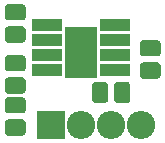
<source format=gbr>
G04 #@! TF.GenerationSoftware,KiCad,Pcbnew,(5.0.0)*
G04 #@! TF.CreationDate,2019-04-02T12:17:06-04:00*
G04 #@! TF.ProjectId,voltage-regulator-module,766F6C746167652D726567756C61746F,rev?*
G04 #@! TF.SameCoordinates,Original*
G04 #@! TF.FileFunction,Soldermask,Bot*
G04 #@! TF.FilePolarity,Negative*
%FSLAX46Y46*%
G04 Gerber Fmt 4.6, Leading zero omitted, Abs format (unit mm)*
G04 Created by KiCad (PCBNEW (5.0.0)) date 04/02/19 12:17:06*
%MOMM*%
%LPD*%
G01*
G04 APERTURE LIST*
%ADD10C,0.150000*%
%ADD11R,2.400000X2.400000*%
%ADD12O,2.400000X2.400000*%
%ADD13R,2.550000X1.000000*%
%ADD14R,2.800000X3.500000*%
%ADD15C,0.100000*%
%ADD16C,1.375000*%
G04 APERTURE END LIST*
D10*
G36*
X192278000Y-120396000D02*
X192278000Y-121158000D01*
X194818000Y-121158000D01*
X194818000Y-120142000D01*
X192278000Y-120142000D01*
X192278000Y-120396000D01*
G37*
X192278000Y-120396000D02*
X192278000Y-121158000D01*
X194818000Y-121158000D01*
X194818000Y-120142000D01*
X192278000Y-120142000D01*
X192278000Y-120396000D01*
D11*
G04 #@! TO.C,J1*
X191008000Y-125222000D03*
D12*
X193548000Y-125222000D03*
X196088000Y-125222000D03*
X198628000Y-125222000D03*
G04 #@! TD*
D13*
G04 #@! TO.C,U1*
X196423000Y-116713000D03*
X196423000Y-117983000D03*
X196423000Y-119253000D03*
X196423000Y-120523000D03*
X190673000Y-120523000D03*
X190673000Y-119253000D03*
X190673000Y-117983000D03*
X190673000Y-116713000D03*
D14*
X193548000Y-118618000D03*
G04 #@! TD*
D15*
G04 #@! TO.C,C3*
G36*
X188549943Y-116837655D02*
X188583312Y-116842605D01*
X188616035Y-116850802D01*
X188647797Y-116862166D01*
X188678293Y-116876590D01*
X188707227Y-116893932D01*
X188734323Y-116914028D01*
X188759318Y-116936682D01*
X188781972Y-116961677D01*
X188802068Y-116988773D01*
X188819410Y-117017707D01*
X188833834Y-117048203D01*
X188845198Y-117079965D01*
X188853395Y-117112688D01*
X188858345Y-117146057D01*
X188860000Y-117179750D01*
X188860000Y-117867250D01*
X188858345Y-117900943D01*
X188853395Y-117934312D01*
X188845198Y-117967035D01*
X188833834Y-117998797D01*
X188819410Y-118029293D01*
X188802068Y-118058227D01*
X188781972Y-118085323D01*
X188759318Y-118110318D01*
X188734323Y-118132972D01*
X188707227Y-118153068D01*
X188678293Y-118170410D01*
X188647797Y-118184834D01*
X188616035Y-118196198D01*
X188583312Y-118204395D01*
X188549943Y-118209345D01*
X188516250Y-118211000D01*
X187403750Y-118211000D01*
X187370057Y-118209345D01*
X187336688Y-118204395D01*
X187303965Y-118196198D01*
X187272203Y-118184834D01*
X187241707Y-118170410D01*
X187212773Y-118153068D01*
X187185677Y-118132972D01*
X187160682Y-118110318D01*
X187138028Y-118085323D01*
X187117932Y-118058227D01*
X187100590Y-118029293D01*
X187086166Y-117998797D01*
X187074802Y-117967035D01*
X187066605Y-117934312D01*
X187061655Y-117900943D01*
X187060000Y-117867250D01*
X187060000Y-117179750D01*
X187061655Y-117146057D01*
X187066605Y-117112688D01*
X187074802Y-117079965D01*
X187086166Y-117048203D01*
X187100590Y-117017707D01*
X187117932Y-116988773D01*
X187138028Y-116961677D01*
X187160682Y-116936682D01*
X187185677Y-116914028D01*
X187212773Y-116893932D01*
X187241707Y-116876590D01*
X187272203Y-116862166D01*
X187303965Y-116850802D01*
X187336688Y-116842605D01*
X187370057Y-116837655D01*
X187403750Y-116836000D01*
X188516250Y-116836000D01*
X188549943Y-116837655D01*
X188549943Y-116837655D01*
G37*
D16*
X187960000Y-117523500D03*
D15*
G36*
X188549943Y-114962655D02*
X188583312Y-114967605D01*
X188616035Y-114975802D01*
X188647797Y-114987166D01*
X188678293Y-115001590D01*
X188707227Y-115018932D01*
X188734323Y-115039028D01*
X188759318Y-115061682D01*
X188781972Y-115086677D01*
X188802068Y-115113773D01*
X188819410Y-115142707D01*
X188833834Y-115173203D01*
X188845198Y-115204965D01*
X188853395Y-115237688D01*
X188858345Y-115271057D01*
X188860000Y-115304750D01*
X188860000Y-115992250D01*
X188858345Y-116025943D01*
X188853395Y-116059312D01*
X188845198Y-116092035D01*
X188833834Y-116123797D01*
X188819410Y-116154293D01*
X188802068Y-116183227D01*
X188781972Y-116210323D01*
X188759318Y-116235318D01*
X188734323Y-116257972D01*
X188707227Y-116278068D01*
X188678293Y-116295410D01*
X188647797Y-116309834D01*
X188616035Y-116321198D01*
X188583312Y-116329395D01*
X188549943Y-116334345D01*
X188516250Y-116336000D01*
X187403750Y-116336000D01*
X187370057Y-116334345D01*
X187336688Y-116329395D01*
X187303965Y-116321198D01*
X187272203Y-116309834D01*
X187241707Y-116295410D01*
X187212773Y-116278068D01*
X187185677Y-116257972D01*
X187160682Y-116235318D01*
X187138028Y-116210323D01*
X187117932Y-116183227D01*
X187100590Y-116154293D01*
X187086166Y-116123797D01*
X187074802Y-116092035D01*
X187066605Y-116059312D01*
X187061655Y-116025943D01*
X187060000Y-115992250D01*
X187060000Y-115304750D01*
X187061655Y-115271057D01*
X187066605Y-115237688D01*
X187074802Y-115204965D01*
X187086166Y-115173203D01*
X187100590Y-115142707D01*
X187117932Y-115113773D01*
X187138028Y-115086677D01*
X187160682Y-115061682D01*
X187185677Y-115039028D01*
X187212773Y-115018932D01*
X187241707Y-115001590D01*
X187272203Y-114987166D01*
X187303965Y-114975802D01*
X187336688Y-114967605D01*
X187370057Y-114962655D01*
X187403750Y-114961000D01*
X188516250Y-114961000D01*
X188549943Y-114962655D01*
X188549943Y-114962655D01*
G37*
D16*
X187960000Y-115648500D03*
G04 #@! TD*
D15*
G04 #@! TO.C,R1*
G36*
X199979943Y-119885655D02*
X200013312Y-119890605D01*
X200046035Y-119898802D01*
X200077797Y-119910166D01*
X200108293Y-119924590D01*
X200137227Y-119941932D01*
X200164323Y-119962028D01*
X200189318Y-119984682D01*
X200211972Y-120009677D01*
X200232068Y-120036773D01*
X200249410Y-120065707D01*
X200263834Y-120096203D01*
X200275198Y-120127965D01*
X200283395Y-120160688D01*
X200288345Y-120194057D01*
X200290000Y-120227750D01*
X200290000Y-120915250D01*
X200288345Y-120948943D01*
X200283395Y-120982312D01*
X200275198Y-121015035D01*
X200263834Y-121046797D01*
X200249410Y-121077293D01*
X200232068Y-121106227D01*
X200211972Y-121133323D01*
X200189318Y-121158318D01*
X200164323Y-121180972D01*
X200137227Y-121201068D01*
X200108293Y-121218410D01*
X200077797Y-121232834D01*
X200046035Y-121244198D01*
X200013312Y-121252395D01*
X199979943Y-121257345D01*
X199946250Y-121259000D01*
X198833750Y-121259000D01*
X198800057Y-121257345D01*
X198766688Y-121252395D01*
X198733965Y-121244198D01*
X198702203Y-121232834D01*
X198671707Y-121218410D01*
X198642773Y-121201068D01*
X198615677Y-121180972D01*
X198590682Y-121158318D01*
X198568028Y-121133323D01*
X198547932Y-121106227D01*
X198530590Y-121077293D01*
X198516166Y-121046797D01*
X198504802Y-121015035D01*
X198496605Y-120982312D01*
X198491655Y-120948943D01*
X198490000Y-120915250D01*
X198490000Y-120227750D01*
X198491655Y-120194057D01*
X198496605Y-120160688D01*
X198504802Y-120127965D01*
X198516166Y-120096203D01*
X198530590Y-120065707D01*
X198547932Y-120036773D01*
X198568028Y-120009677D01*
X198590682Y-119984682D01*
X198615677Y-119962028D01*
X198642773Y-119941932D01*
X198671707Y-119924590D01*
X198702203Y-119910166D01*
X198733965Y-119898802D01*
X198766688Y-119890605D01*
X198800057Y-119885655D01*
X198833750Y-119884000D01*
X199946250Y-119884000D01*
X199979943Y-119885655D01*
X199979943Y-119885655D01*
G37*
D16*
X199390000Y-120571500D03*
D15*
G36*
X199979943Y-118010655D02*
X200013312Y-118015605D01*
X200046035Y-118023802D01*
X200077797Y-118035166D01*
X200108293Y-118049590D01*
X200137227Y-118066932D01*
X200164323Y-118087028D01*
X200189318Y-118109682D01*
X200211972Y-118134677D01*
X200232068Y-118161773D01*
X200249410Y-118190707D01*
X200263834Y-118221203D01*
X200275198Y-118252965D01*
X200283395Y-118285688D01*
X200288345Y-118319057D01*
X200290000Y-118352750D01*
X200290000Y-119040250D01*
X200288345Y-119073943D01*
X200283395Y-119107312D01*
X200275198Y-119140035D01*
X200263834Y-119171797D01*
X200249410Y-119202293D01*
X200232068Y-119231227D01*
X200211972Y-119258323D01*
X200189318Y-119283318D01*
X200164323Y-119305972D01*
X200137227Y-119326068D01*
X200108293Y-119343410D01*
X200077797Y-119357834D01*
X200046035Y-119369198D01*
X200013312Y-119377395D01*
X199979943Y-119382345D01*
X199946250Y-119384000D01*
X198833750Y-119384000D01*
X198800057Y-119382345D01*
X198766688Y-119377395D01*
X198733965Y-119369198D01*
X198702203Y-119357834D01*
X198671707Y-119343410D01*
X198642773Y-119326068D01*
X198615677Y-119305972D01*
X198590682Y-119283318D01*
X198568028Y-119258323D01*
X198547932Y-119231227D01*
X198530590Y-119202293D01*
X198516166Y-119171797D01*
X198504802Y-119140035D01*
X198496605Y-119107312D01*
X198491655Y-119073943D01*
X198490000Y-119040250D01*
X198490000Y-118352750D01*
X198491655Y-118319057D01*
X198496605Y-118285688D01*
X198504802Y-118252965D01*
X198516166Y-118221203D01*
X198530590Y-118190707D01*
X198547932Y-118161773D01*
X198568028Y-118134677D01*
X198590682Y-118109682D01*
X198615677Y-118087028D01*
X198642773Y-118066932D01*
X198671707Y-118049590D01*
X198702203Y-118035166D01*
X198733965Y-118023802D01*
X198766688Y-118015605D01*
X198800057Y-118010655D01*
X198833750Y-118009000D01*
X199946250Y-118009000D01*
X199979943Y-118010655D01*
X199979943Y-118010655D01*
G37*
D16*
X199390000Y-118696500D03*
G04 #@! TD*
D15*
G04 #@! TO.C,R2*
G36*
X197402943Y-121529655D02*
X197436312Y-121534605D01*
X197469035Y-121542802D01*
X197500797Y-121554166D01*
X197531293Y-121568590D01*
X197560227Y-121585932D01*
X197587323Y-121606028D01*
X197612318Y-121628682D01*
X197634972Y-121653677D01*
X197655068Y-121680773D01*
X197672410Y-121709707D01*
X197686834Y-121740203D01*
X197698198Y-121771965D01*
X197706395Y-121804688D01*
X197711345Y-121838057D01*
X197713000Y-121871750D01*
X197713000Y-122984250D01*
X197711345Y-123017943D01*
X197706395Y-123051312D01*
X197698198Y-123084035D01*
X197686834Y-123115797D01*
X197672410Y-123146293D01*
X197655068Y-123175227D01*
X197634972Y-123202323D01*
X197612318Y-123227318D01*
X197587323Y-123249972D01*
X197560227Y-123270068D01*
X197531293Y-123287410D01*
X197500797Y-123301834D01*
X197469035Y-123313198D01*
X197436312Y-123321395D01*
X197402943Y-123326345D01*
X197369250Y-123328000D01*
X196681750Y-123328000D01*
X196648057Y-123326345D01*
X196614688Y-123321395D01*
X196581965Y-123313198D01*
X196550203Y-123301834D01*
X196519707Y-123287410D01*
X196490773Y-123270068D01*
X196463677Y-123249972D01*
X196438682Y-123227318D01*
X196416028Y-123202323D01*
X196395932Y-123175227D01*
X196378590Y-123146293D01*
X196364166Y-123115797D01*
X196352802Y-123084035D01*
X196344605Y-123051312D01*
X196339655Y-123017943D01*
X196338000Y-122984250D01*
X196338000Y-121871750D01*
X196339655Y-121838057D01*
X196344605Y-121804688D01*
X196352802Y-121771965D01*
X196364166Y-121740203D01*
X196378590Y-121709707D01*
X196395932Y-121680773D01*
X196416028Y-121653677D01*
X196438682Y-121628682D01*
X196463677Y-121606028D01*
X196490773Y-121585932D01*
X196519707Y-121568590D01*
X196550203Y-121554166D01*
X196581965Y-121542802D01*
X196614688Y-121534605D01*
X196648057Y-121529655D01*
X196681750Y-121528000D01*
X197369250Y-121528000D01*
X197402943Y-121529655D01*
X197402943Y-121529655D01*
G37*
D16*
X197025500Y-122428000D03*
D15*
G36*
X195527943Y-121529655D02*
X195561312Y-121534605D01*
X195594035Y-121542802D01*
X195625797Y-121554166D01*
X195656293Y-121568590D01*
X195685227Y-121585932D01*
X195712323Y-121606028D01*
X195737318Y-121628682D01*
X195759972Y-121653677D01*
X195780068Y-121680773D01*
X195797410Y-121709707D01*
X195811834Y-121740203D01*
X195823198Y-121771965D01*
X195831395Y-121804688D01*
X195836345Y-121838057D01*
X195838000Y-121871750D01*
X195838000Y-122984250D01*
X195836345Y-123017943D01*
X195831395Y-123051312D01*
X195823198Y-123084035D01*
X195811834Y-123115797D01*
X195797410Y-123146293D01*
X195780068Y-123175227D01*
X195759972Y-123202323D01*
X195737318Y-123227318D01*
X195712323Y-123249972D01*
X195685227Y-123270068D01*
X195656293Y-123287410D01*
X195625797Y-123301834D01*
X195594035Y-123313198D01*
X195561312Y-123321395D01*
X195527943Y-123326345D01*
X195494250Y-123328000D01*
X194806750Y-123328000D01*
X194773057Y-123326345D01*
X194739688Y-123321395D01*
X194706965Y-123313198D01*
X194675203Y-123301834D01*
X194644707Y-123287410D01*
X194615773Y-123270068D01*
X194588677Y-123249972D01*
X194563682Y-123227318D01*
X194541028Y-123202323D01*
X194520932Y-123175227D01*
X194503590Y-123146293D01*
X194489166Y-123115797D01*
X194477802Y-123084035D01*
X194469605Y-123051312D01*
X194464655Y-123017943D01*
X194463000Y-122984250D01*
X194463000Y-121871750D01*
X194464655Y-121838057D01*
X194469605Y-121804688D01*
X194477802Y-121771965D01*
X194489166Y-121740203D01*
X194503590Y-121709707D01*
X194520932Y-121680773D01*
X194541028Y-121653677D01*
X194563682Y-121628682D01*
X194588677Y-121606028D01*
X194615773Y-121585932D01*
X194644707Y-121568590D01*
X194675203Y-121554166D01*
X194706965Y-121542802D01*
X194739688Y-121534605D01*
X194773057Y-121529655D01*
X194806750Y-121528000D01*
X195494250Y-121528000D01*
X195527943Y-121529655D01*
X195527943Y-121529655D01*
G37*
D16*
X195150500Y-122428000D03*
G04 #@! TD*
D15*
G04 #@! TO.C,R3*
G36*
X188549943Y-122836655D02*
X188583312Y-122841605D01*
X188616035Y-122849802D01*
X188647797Y-122861166D01*
X188678293Y-122875590D01*
X188707227Y-122892932D01*
X188734323Y-122913028D01*
X188759318Y-122935682D01*
X188781972Y-122960677D01*
X188802068Y-122987773D01*
X188819410Y-123016707D01*
X188833834Y-123047203D01*
X188845198Y-123078965D01*
X188853395Y-123111688D01*
X188858345Y-123145057D01*
X188860000Y-123178750D01*
X188860000Y-123866250D01*
X188858345Y-123899943D01*
X188853395Y-123933312D01*
X188845198Y-123966035D01*
X188833834Y-123997797D01*
X188819410Y-124028293D01*
X188802068Y-124057227D01*
X188781972Y-124084323D01*
X188759318Y-124109318D01*
X188734323Y-124131972D01*
X188707227Y-124152068D01*
X188678293Y-124169410D01*
X188647797Y-124183834D01*
X188616035Y-124195198D01*
X188583312Y-124203395D01*
X188549943Y-124208345D01*
X188516250Y-124210000D01*
X187403750Y-124210000D01*
X187370057Y-124208345D01*
X187336688Y-124203395D01*
X187303965Y-124195198D01*
X187272203Y-124183834D01*
X187241707Y-124169410D01*
X187212773Y-124152068D01*
X187185677Y-124131972D01*
X187160682Y-124109318D01*
X187138028Y-124084323D01*
X187117932Y-124057227D01*
X187100590Y-124028293D01*
X187086166Y-123997797D01*
X187074802Y-123966035D01*
X187066605Y-123933312D01*
X187061655Y-123899943D01*
X187060000Y-123866250D01*
X187060000Y-123178750D01*
X187061655Y-123145057D01*
X187066605Y-123111688D01*
X187074802Y-123078965D01*
X187086166Y-123047203D01*
X187100590Y-123016707D01*
X187117932Y-122987773D01*
X187138028Y-122960677D01*
X187160682Y-122935682D01*
X187185677Y-122913028D01*
X187212773Y-122892932D01*
X187241707Y-122875590D01*
X187272203Y-122861166D01*
X187303965Y-122849802D01*
X187336688Y-122841605D01*
X187370057Y-122836655D01*
X187403750Y-122835000D01*
X188516250Y-122835000D01*
X188549943Y-122836655D01*
X188549943Y-122836655D01*
G37*
D16*
X187960000Y-123522500D03*
D15*
G36*
X188549943Y-124711655D02*
X188583312Y-124716605D01*
X188616035Y-124724802D01*
X188647797Y-124736166D01*
X188678293Y-124750590D01*
X188707227Y-124767932D01*
X188734323Y-124788028D01*
X188759318Y-124810682D01*
X188781972Y-124835677D01*
X188802068Y-124862773D01*
X188819410Y-124891707D01*
X188833834Y-124922203D01*
X188845198Y-124953965D01*
X188853395Y-124986688D01*
X188858345Y-125020057D01*
X188860000Y-125053750D01*
X188860000Y-125741250D01*
X188858345Y-125774943D01*
X188853395Y-125808312D01*
X188845198Y-125841035D01*
X188833834Y-125872797D01*
X188819410Y-125903293D01*
X188802068Y-125932227D01*
X188781972Y-125959323D01*
X188759318Y-125984318D01*
X188734323Y-126006972D01*
X188707227Y-126027068D01*
X188678293Y-126044410D01*
X188647797Y-126058834D01*
X188616035Y-126070198D01*
X188583312Y-126078395D01*
X188549943Y-126083345D01*
X188516250Y-126085000D01*
X187403750Y-126085000D01*
X187370057Y-126083345D01*
X187336688Y-126078395D01*
X187303965Y-126070198D01*
X187272203Y-126058834D01*
X187241707Y-126044410D01*
X187212773Y-126027068D01*
X187185677Y-126006972D01*
X187160682Y-125984318D01*
X187138028Y-125959323D01*
X187117932Y-125932227D01*
X187100590Y-125903293D01*
X187086166Y-125872797D01*
X187074802Y-125841035D01*
X187066605Y-125808312D01*
X187061655Y-125774943D01*
X187060000Y-125741250D01*
X187060000Y-125053750D01*
X187061655Y-125020057D01*
X187066605Y-124986688D01*
X187074802Y-124953965D01*
X187086166Y-124922203D01*
X187100590Y-124891707D01*
X187117932Y-124862773D01*
X187138028Y-124835677D01*
X187160682Y-124810682D01*
X187185677Y-124788028D01*
X187212773Y-124767932D01*
X187241707Y-124750590D01*
X187272203Y-124736166D01*
X187303965Y-124724802D01*
X187336688Y-124716605D01*
X187370057Y-124711655D01*
X187403750Y-124710000D01*
X188516250Y-124710000D01*
X188549943Y-124711655D01*
X188549943Y-124711655D01*
G37*
D16*
X187960000Y-125397500D03*
G04 #@! TD*
D15*
G04 #@! TO.C,R4*
G36*
X188549943Y-121155655D02*
X188583312Y-121160605D01*
X188616035Y-121168802D01*
X188647797Y-121180166D01*
X188678293Y-121194590D01*
X188707227Y-121211932D01*
X188734323Y-121232028D01*
X188759318Y-121254682D01*
X188781972Y-121279677D01*
X188802068Y-121306773D01*
X188819410Y-121335707D01*
X188833834Y-121366203D01*
X188845198Y-121397965D01*
X188853395Y-121430688D01*
X188858345Y-121464057D01*
X188860000Y-121497750D01*
X188860000Y-122185250D01*
X188858345Y-122218943D01*
X188853395Y-122252312D01*
X188845198Y-122285035D01*
X188833834Y-122316797D01*
X188819410Y-122347293D01*
X188802068Y-122376227D01*
X188781972Y-122403323D01*
X188759318Y-122428318D01*
X188734323Y-122450972D01*
X188707227Y-122471068D01*
X188678293Y-122488410D01*
X188647797Y-122502834D01*
X188616035Y-122514198D01*
X188583312Y-122522395D01*
X188549943Y-122527345D01*
X188516250Y-122529000D01*
X187403750Y-122529000D01*
X187370057Y-122527345D01*
X187336688Y-122522395D01*
X187303965Y-122514198D01*
X187272203Y-122502834D01*
X187241707Y-122488410D01*
X187212773Y-122471068D01*
X187185677Y-122450972D01*
X187160682Y-122428318D01*
X187138028Y-122403323D01*
X187117932Y-122376227D01*
X187100590Y-122347293D01*
X187086166Y-122316797D01*
X187074802Y-122285035D01*
X187066605Y-122252312D01*
X187061655Y-122218943D01*
X187060000Y-122185250D01*
X187060000Y-121497750D01*
X187061655Y-121464057D01*
X187066605Y-121430688D01*
X187074802Y-121397965D01*
X187086166Y-121366203D01*
X187100590Y-121335707D01*
X187117932Y-121306773D01*
X187138028Y-121279677D01*
X187160682Y-121254682D01*
X187185677Y-121232028D01*
X187212773Y-121211932D01*
X187241707Y-121194590D01*
X187272203Y-121180166D01*
X187303965Y-121168802D01*
X187336688Y-121160605D01*
X187370057Y-121155655D01*
X187403750Y-121154000D01*
X188516250Y-121154000D01*
X188549943Y-121155655D01*
X188549943Y-121155655D01*
G37*
D16*
X187960000Y-121841500D03*
D15*
G36*
X188549943Y-119280655D02*
X188583312Y-119285605D01*
X188616035Y-119293802D01*
X188647797Y-119305166D01*
X188678293Y-119319590D01*
X188707227Y-119336932D01*
X188734323Y-119357028D01*
X188759318Y-119379682D01*
X188781972Y-119404677D01*
X188802068Y-119431773D01*
X188819410Y-119460707D01*
X188833834Y-119491203D01*
X188845198Y-119522965D01*
X188853395Y-119555688D01*
X188858345Y-119589057D01*
X188860000Y-119622750D01*
X188860000Y-120310250D01*
X188858345Y-120343943D01*
X188853395Y-120377312D01*
X188845198Y-120410035D01*
X188833834Y-120441797D01*
X188819410Y-120472293D01*
X188802068Y-120501227D01*
X188781972Y-120528323D01*
X188759318Y-120553318D01*
X188734323Y-120575972D01*
X188707227Y-120596068D01*
X188678293Y-120613410D01*
X188647797Y-120627834D01*
X188616035Y-120639198D01*
X188583312Y-120647395D01*
X188549943Y-120652345D01*
X188516250Y-120654000D01*
X187403750Y-120654000D01*
X187370057Y-120652345D01*
X187336688Y-120647395D01*
X187303965Y-120639198D01*
X187272203Y-120627834D01*
X187241707Y-120613410D01*
X187212773Y-120596068D01*
X187185677Y-120575972D01*
X187160682Y-120553318D01*
X187138028Y-120528323D01*
X187117932Y-120501227D01*
X187100590Y-120472293D01*
X187086166Y-120441797D01*
X187074802Y-120410035D01*
X187066605Y-120377312D01*
X187061655Y-120343943D01*
X187060000Y-120310250D01*
X187060000Y-119622750D01*
X187061655Y-119589057D01*
X187066605Y-119555688D01*
X187074802Y-119522965D01*
X187086166Y-119491203D01*
X187100590Y-119460707D01*
X187117932Y-119431773D01*
X187138028Y-119404677D01*
X187160682Y-119379682D01*
X187185677Y-119357028D01*
X187212773Y-119336932D01*
X187241707Y-119319590D01*
X187272203Y-119305166D01*
X187303965Y-119293802D01*
X187336688Y-119285605D01*
X187370057Y-119280655D01*
X187403750Y-119279000D01*
X188516250Y-119279000D01*
X188549943Y-119280655D01*
X188549943Y-119280655D01*
G37*
D16*
X187960000Y-119966500D03*
G04 #@! TD*
M02*

</source>
